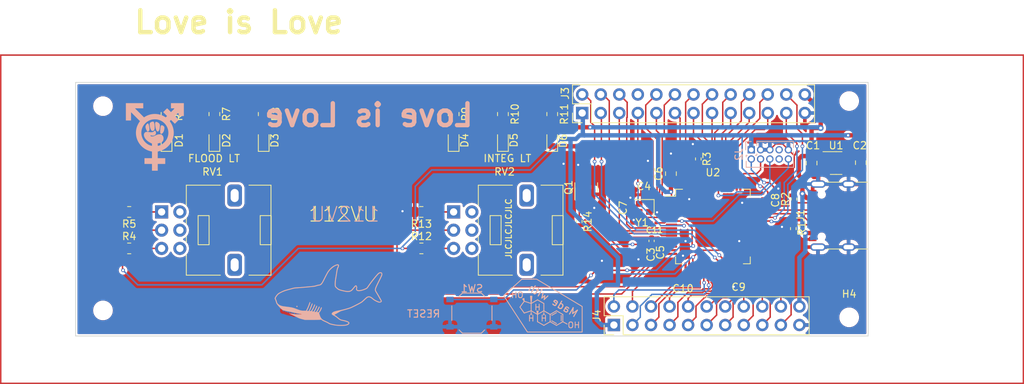
<source format=kicad_pcb>
(kicad_pcb (version 20221018) (generator pcbnew)

  (general
    (thickness 1.6)
  )

  (paper "A4")
  (layers
    (0 "F.Cu" signal)
    (31 "B.Cu" signal)
    (34 "B.Paste" user)
    (35 "F.Paste" user)
    (36 "B.SilkS" user "B.Silkscreen")
    (37 "F.SilkS" user "F.Silkscreen")
    (38 "B.Mask" user)
    (39 "F.Mask" user)
    (44 "Edge.Cuts" user)
    (45 "Margin" user)
    (46 "B.CrtYd" user "B.Courtyard")
    (47 "F.CrtYd" user "F.Courtyard")
    (48 "B.Fab" user)
    (49 "F.Fab" user)
  )

  (setup
    (stackup
      (layer "F.SilkS" (type "Top Silk Screen") (color "White"))
      (layer "F.Paste" (type "Top Solder Paste"))
      (layer "F.Mask" (type "Top Solder Mask") (color "Black") (thickness 0.01))
      (layer "F.Cu" (type "copper") (thickness 0.035))
      (layer "dielectric 1" (type "core") (thickness 1.51) (material "FR4") (epsilon_r 4.5) (loss_tangent 0.02))
      (layer "B.Cu" (type "copper") (thickness 0.035))
      (layer "B.Mask" (type "Bottom Solder Mask") (color "Black") (thickness 0.01))
      (layer "B.Paste" (type "Bottom Solder Paste"))
      (layer "B.SilkS" (type "Bottom Silk Screen") (color "White"))
      (copper_finish "None")
      (dielectric_constraints yes)
    )
    (pad_to_mask_clearance 0)
    (aux_axis_origin 83.1 113)
    (grid_origin 83.1 113)
    (pcbplotparams
      (layerselection 0x00010fc_ffffffff)
      (plot_on_all_layers_selection 0x0000000_00000000)
      (disableapertmacros false)
      (usegerberextensions false)
      (usegerberattributes true)
      (usegerberadvancedattributes true)
      (creategerberjobfile true)
      (dashed_line_dash_ratio 12.000000)
      (dashed_line_gap_ratio 3.000000)
      (svgprecision 4)
      (plotframeref false)
      (viasonmask false)
      (mode 1)
      (useauxorigin false)
      (hpglpennumber 1)
      (hpglpenspeed 20)
      (hpglpendiameter 15.000000)
      (dxfpolygonmode true)
      (dxfimperialunits true)
      (dxfusepcbnewfont true)
      (psnegative false)
      (psa4output false)
      (plotreference false)
      (plotvalue false)
      (plotinvisibletext false)
      (sketchpadsonfab false)
      (subtractmaskfromsilk false)
      (outputformat 1)
      (mirror false)
      (drillshape 0)
      (scaleselection 1)
      (outputdirectory "Manufacturing/")
    )
  )

  (net 0 "")
  (net 1 "GND")
  (net 2 "+3V3")
  (net 3 "/SWD_NRST")
  (net 4 "VBUS")
  (net 5 "Net-(J1-CC1)")
  (net 6 "/USB_D+")
  (net 7 "/USB_D-")
  (net 8 "unconnected-(J1-SBU1-PadA8)")
  (net 9 "Net-(J1-CC2)")
  (net 10 "unconnected-(J1-SBU2-PadB8)")
  (net 11 "/POT_2")
  (net 12 "/POT_1")
  (net 13 "unconnected-(U1-NC-Pad4)")
  (net 14 "/SWD_IO")
  (net 15 "/SWD_CLK")
  (net 16 "/SWD_TRACE")
  (net 17 "unconnected-(J2-KEY-Pad7)")
  (net 18 "unconnected-(J2-NC{slash}TDI-Pad8)")
  (net 19 "unconnected-(J3-Pin_8-Pad8)")
  (net 20 "/HSE_IN")
  (net 21 "/HSE_OUT")
  (net 22 "Net-(D1-A)")
  (net 23 "Net-(D2-A)")
  (net 24 "/BOOT0")
  (net 25 "/LED_PWR")
  (net 26 "Net-(D3-A)")
  (net 27 "Net-(D4-A)")
  (net 28 "Net-(D5-A)")
  (net 29 "Net-(D6-A)")
  (net 30 "Net-(R4-Pad2)")
  (net 31 "Net-(R5-Pad1)")
  (net 32 "Net-(R12-Pad2)")
  (net 33 "Net-(R13-Pad1)")
  (net 34 "/E_WXR_PC9")
  (net 35 "/E_WXR_PA8")
  (net 36 "/E_WXR_PC8")
  (net 37 "/E_WXR_PC7")
  (net 38 "/E_B_PB5")
  (net 39 "/E_B_PB4")
  (net 40 "/E_B_PD2")
  (net 41 "/E_B_PC11")
  (net 42 "/E_B_PC12")
  (net 43 "/E_B_PC10")
  (net 44 "/E_WXR_PA3")
  (net 45 "/E_WXR_PA5")
  (net 46 "/E_WXR_PA4")
  (net 47 "/E_WXR_PC5")
  (net 48 "/E_WXR_PC4")
  (net 49 "/E_WXR_PA6")
  (net 50 "/E_WXR_PA7")
  (net 51 "/E_WXR_PB10")
  (net 52 "/E_WXR_PB2")
  (net 53 "/E_WXR_PB12")
  (net 54 "/E_WXR_PB11")
  (net 55 "/E_WXR_PB14")
  (net 56 "/E_WXR_PB13")
  (net 57 "/E_WXR_PC6")
  (net 58 "/E_WXR_PB15")
  (net 59 "/E_B_PB0")
  (net 60 "/E_B_PB1")
  (net 61 "/E_B_PC3")
  (net 62 "/PA0")
  (net 63 "/E_B_PC2")
  (net 64 "/E_B_PC1")
  (net 65 "/E_B_PC0")
  (net 66 "/E_B_PC14")
  (net 67 "/E_B_PC15")
  (net 68 "/E_B_PC13")
  (net 69 "/E_B_PB9")
  (net 70 "/E_B_PB7")
  (net 71 "/E_B_PB8")
  (net 72 "/E_B_PB6")
  (net 73 "/E_B_PA15")
  (net 74 "/E_B_PA10")
  (net 75 "/E_B_PA9")

  (footprint "Capacitor_SMD:C_0805_2012Metric" (layer "F.Cu") (at 200.85 82.75 -90))

  (footprint "Resistor_SMD:R_0805_2012Metric" (layer "F.Cu") (at 100.6875 89.5 180))

  (footprint "Resistor_SMD:R_0805_2012Metric" (layer "F.Cu") (at 105.8 76.0875 -90))

  (footprint "Capacitor_SMD:C_0201_0603Metric" (layer "F.Cu") (at 173.1 93.405 90))

  (footprint "Capacitor_SMD:C_0805_2012Metric" (layer "F.Cu") (at 194.1 82.8 -90))

  (footprint "Resistor_SMD:R_0402_1005Metric" (layer "F.Cu") (at 191.6 91.79 -90))

  (footprint "MountingHole:MountingHole_2.2mm_M2" (layer "F.Cu") (at 199.25 103.95))

  (footprint "Resistor_SMD:R_0805_2012Metric" (layer "F.Cu") (at 151.85 76.0875 -90))

  (footprint "Resistor_SMD:R_0402_1005Metric" (layer "F.Cu") (at 191.7 87.74 90))

  (footprint "Resistor_SMD:R_0402_1005Metric" (layer "F.Cu") (at 178.6 82.2375 -90))

  (footprint "Capacitor_SMD:C_0201_0603Metric" (layer "F.Cu") (at 171.155 87.15 180))

  (footprint "Resistor_SMD:R_0805_2012Metric" (layer "F.Cu") (at 145.1 76.0875 -90))

  (footprint "MountingHole:MountingHole_2.2mm_M2" (layer "F.Cu") (at 97.1 103))

  (footprint "LED_SMD:LED_0603_1608Metric" (layer "F.Cu") (at 145.1 79.7125 90))

  (footprint "MountingHole:MountingHole_2.2mm_M2" (layer "F.Cu") (at 199.25 74.3))

  (footprint "Capacitor_SMD:C_0201_0603Metric" (layer "F.Cu") (at 184.1 98.75 180))

  (footprint "Potentiometer_THT:Potentiometer_Alps_RK09L_Double_Vertical" (layer "F.Cu") (at 145.1 89.5))

  (footprint "LED_SMD:LED_0603_1608Metric" (layer "F.Cu") (at 112.35 79.7125 90))

  (footprint "Package_TO_SOT_SMD:SOT-23-5" (layer "F.Cu") (at 197.4625 82.8))

  (footprint "LED_SMD:LED_0603_1608Metric" (layer "F.Cu") (at 105.8 79.7125 90))

  (footprint "Potentiometer_THT:Potentiometer_Alps_RK09L_Double_Vertical" (layer "F.Cu") (at 105.125 89.5))

  (footprint "Package_QFP:LQFP-64_10x10mm_P0.5mm" (layer "F.Cu") (at 180.6 91.5))

  (footprint "Resistor_SMD:R_0805_2012Metric" (layer "F.Cu") (at 140.6875 89.5 180))

  (footprint "Capacitor_SMD:C_0201_0603Metric" (layer "F.Cu") (at 169.35 88.945 90))

  (footprint "Connector_USB:USB_C_Receptacle_G-Switch_GT-USB-7010ASV" (layer "F.Cu") (at 198.1 90 90))

  (footprint "LED_SMD:LED_0603_1608Metric" (layer "F.Cu") (at 158.6 79.7125 90))

  (footprint "LED_SMD:LED_0603_1608Metric" (layer "F.Cu") (at 151.85 79.7125 90))

  (footprint "Crystal:Crystal_SMD_2016-4Pin_2.0x1.6mm" (layer "F.Cu") (at 171.2 88.95 180))

  (footprint "Resistor_SMD:R_0402_1005Metric" (layer "F.Cu") (at 162.3 90.81 -90))

  (footprint "Capacitor_SMD:C_0201_0603Metric" (layer "F.Cu") (at 177.6 99 180))

  (footprint "LED_SMD:LED_0603_1608Metric" (layer "F.Cu") (at 119.1 79.7125 90))

  (footprint "Package_TO_SOT_SMD:SOT-23" (layer "F.Cu") (at 163.25 86.15 90))

  (footprint "Resistor_SMD:R_0805_2012Metric" (layer "F.Cu") (at 119.1 76.0875 -90))

  (footprint "Capacitor_SMD:C_0402_1005Metric" (layer "F.Cu") (at 172.2 93.47 90))

  (footprint "Connector_PinHeader_2.54mm:PinHeader_2x11_P2.54mm_Vertical" (layer "F.Cu") (at 167.04 105 90))

  (footprint "Resistor_SMD:R_0805_2012Metric" (layer "F.Cu") (at 112.35 76.0875 -90))

  (footprint "Capacitor_SMD:C_0201_0603Metric" (layer "F.Cu") (at 188.1 87.905 -90))

  (footprint "Resistor_SMD:R_0805_2012Metric" (layer "F.Cu") (at 140.6875 94.5))

  (footprint "MountingHole:MountingHole_2.2mm_M2" (layer "F.Cu") (at 97.1 75))

  (footprint "Resistor_SMD:R_0805_2012Metric" (layer "F.Cu") (at 100.6875 94.5))

  (footprint "Capacitor_SMD:C_0201_0603Metric" (layer "F.Cu") (at 172.505 91 180))

  (footprint "Capacitor_SMD:C_0805_2012Metric" (layer "F.Cu") (at 174.85 84.25 90))

  (footprint "Resistor_SMD:R_0805_2012Metric" (layer "F.Cu") (at 158.6 76.0875 -90))

  (footprint "Connector_PinHeader_2.54mm:PinHeader_2x13_P2.54mm_Vertical" (layer "F.Cu") (at 162.7 75.94 90))

  (footprint "Button_Switch_SMD:SW_Push_1P1T_XKB_TS-1187A" (layer "B.Cu")
    (tstamp 0c7697ed-d35f-4940-b76f-7f3b5099c64a)
    (at 147.6 103.375 180)
    (descr "SMD Tactile Switch, http://www.helloxkb.com/public/images/pdf/TS-1187A-X-X-X.pdf")
    (tags "SPST Tactile Switch")
    (property "JLCPCB Part" "C318884")
    (property "Manufracturer" "XKB Connectivity")
    (property "Manufracturer Part Number" "TS-1187A-B-A-B")
    (property "Sheetfile" "112VU.kicad_sch")
    (property "Sheetname" "")
    (property "ki_description" "Push button switch, generic, two pins")
    (property "ki_keywords" "switch normally-open pushbutton push-button")
    (path "/debe0302-74b9-4dc2-8b83-4956b40b8383")
    (attr smd exclude_from_pos_files)
    (fp_text reference "SW1" (at 0 3.375) (layer "B.SilkS")
        (effects (font (size 1 1) (thickness 0.15)) (justify mirror))
      (tstamp ad512b53-b5e8-4ac1-8c09-f78196ad9f7b)
    )
    (fp_text value "SW_Push" (at 0 -3.75) (layer "B.Fab")
        (effects (font (size 1 1) (thickness 0.15)) (justify mirror))
      (tstamp 42fbb2b0-a5ae-44b2-94bb-041b460628ff)
    )
    (fp_text user "${REFERENCE}" (at 0 3.75) (layer "B.Fab")
        (effects (font (size 1 1) (thickness 0.15)) (justify mirror))
      (tstamp b993c6ed-dcf5-4b43-8a3e-d114b94f40be)
    )
    (fp_line (start -2.75 1) (end -2.75 -1)
      (stroke (width 0.12) (type solid)) (layer "B.SilkS") (tstamp a511acbd-69a4-445c-9bf3-e4b06223649b))
    (fp_line (start -1.75 -2.3) (end -1.3 -2.75)
      (stroke (width 0.12) (type solid)) (layer "B.SilkS") (tstamp 23e890ba-6a93-4f78-bf0c-fa5b74b80e6e))
    (fp_line (start -1.75 2.3) (end -1.3 2.75)
      (stroke (width 0.12) (type solid)) (layer "B.SilkS") (tstamp ce141960-072d-42ac-8a9a-df5b9f63c23a))
    (fp_line (start -1.3 -2.75) (end 1.3 -2.75)
      (stroke (width 0.12) (type solid)) (layer "B.SilkS") (tstamp 34d53bc6-e4b8-40d0-8777-866e472aa5d6))
    (fp_line (start -1.3 2.75) (end 1.3 2.75)
      (stroke (width 0.12) (type solid)) (layer "B.SilkS") (tstamp 4d0720b7-5dd1-46c6-8bdc-c928e833e2ba))
    (fp_line (start 1.75 -2.3) (end 1.3 -2.75)
      (stroke (width 0.12) (type solid)) (layer "B.SilkS") (tstamp 02a256a1-56d8-40c4-b5d3-96f94e6bddd4))
    (fp_line (start 1.75 2.3) (end 1.3 2.75)
      (stroke (width 0.12) (type solid)) (layer "B.SilkS") (tstamp 175ae72f-6574-433f-bd9b-5b175086e4cd))
    (fp_line (start 2.75 1) (end 2.75 -1)
      (stroke (width 0.12) (type solid)) (layer "B.SilkS") (tstamp 3733ce30-c8d8-465b-8fcf-ac4a1cd2e738))
    (fp_line (start -3.75 -2.8) (end -3.75 2.8)
      (stroke (width 0.05) (type solid)) (layer "B.CrtYd") (tstamp 524d1cf4-107d-43cd-9c40-86727af6dce2))
    (fp_line (start -3.75 2.8) (end 3.75 2.8)
      (stroke (width 0.05) (type solid)) (layer "B.CrtYd") (tstamp 763c83f3-edf5-4ecc-99a2-0b71c66da722))
    (fp_line (start 3.75 -2.8) (end -3.75 -2.8)
      (stroke (width 0.05) (type solid)) (layer "B.CrtYd") (tstamp 51718c1e-8bd2-457b-97c7-3342d4aefc9a))
    (fp_line (start 3.75 2.8) (end 3.75 -2.8)
      (stroke (width 0.05) (type solid)) (layer "B.CrtYd") (tstamp af9b2056-dfe8-4432-8c04-385019f5ee5f))
    (fp_line (start -2.9 -2.1) (end -2.9 -1.6)
      (stroke (width 0.1) (type solid)) (layer "B.Fab") (tstamp 71a56f8d-736c-4212-bda7-111a8c9d8b3d))
    (fp_line (start -2.9 2.1) (end -2.9 1.6)
      (stroke (width 0.1) (type solid)) (layer "B.Fab") (tstamp f6830823-6c45-4200-a978-d08a0dcaea07))
    (fp_line (start -2.4 -1.4) (end -2.4 -1.25)
      (stroke (width 0.1) (type solid)) (layer "B.Fab") (tstamp 8e9228ed-6ed4-4a40-b930-cf6cd4b5348a))
    (fp_line (start -2.4 1.25) (end -2.4 1.4)
      (stroke (width 0.1) (type solid)) (layer "B.Fab") (tstamp 7be0ea7c-078a-43a4-8f81-d4f1bb05359c))
    (fp_line (start -2.4 1.4) (end -1.4 2.4)
      (stroke (width 0.1) (type solid)) (layer "B.Fab") (tstamp a1d624cb-924e-4687-8961-23fcc6df92f8))
    (fp_line (start -1.4 -2.4) (end -2.4 -1.4)
      (stroke (width 0.1) (type solid)) (layer "B.Fab") (tstamp 05990326-9688-43d9-93f4-ccb48c6647ad))
    (fp_line (start -1.4 2.4) (end -1.25 2.4)
      (stroke (width 0.1) (type solid)) (layer "B.Fab") (tstamp 05c1bc93-4d2d-4099-9630-6c9424276676))
    (fp_line (start -1.25 -2.4) (end -1.4 -2.4)
      (stroke (width 0.1) (type solid)) (layer "B.Fab") (tstamp c8faca34-dcaf-4883-b8da-760d9b42ec69))
    (fp_line (start 1.25 2.4) (end 1.4 2.4)
      (stroke (width 0.1) (type solid)) (layer "B.Fab") (tstamp ba25ee4c-bb65-4dc3-b30f-089a53c5d693))
    (fp_line (start 1.4 -2.4) (end 1.25 -2.4)
      (stroke (width 0.1) (type solid)) (layer "B.Fab") (tstamp c4e7c6b5-334a-4ffe-a962-e545fec14769))
    (fp_line (start 1.4 2.4) (end 2.4 1.4)
      (stroke (width 0.1) (type solid)) (layer "B.Fab") (tstamp 97e89e9e-8d18-4cee-bac0-37ae89f9371c))
    (fp_line (start 2.4 -1.4) (end 1.4 -2.4)
      (stroke (width 0.1) (type solid)) (layer "B.Fab") (tstamp 0707bfa8-9732-41aa-8bb5-8afe2a502bc5))
    (fp_line (start 2.4 -1.25) (end 2.4 -1.4)
      (stroke (width 0.1) (type solid)) (layer "B.Fab") (tstamp bc08eb01-a84d-4c14-b055-543389f9cdcd))
   
... [495830 chars truncated]
</source>
